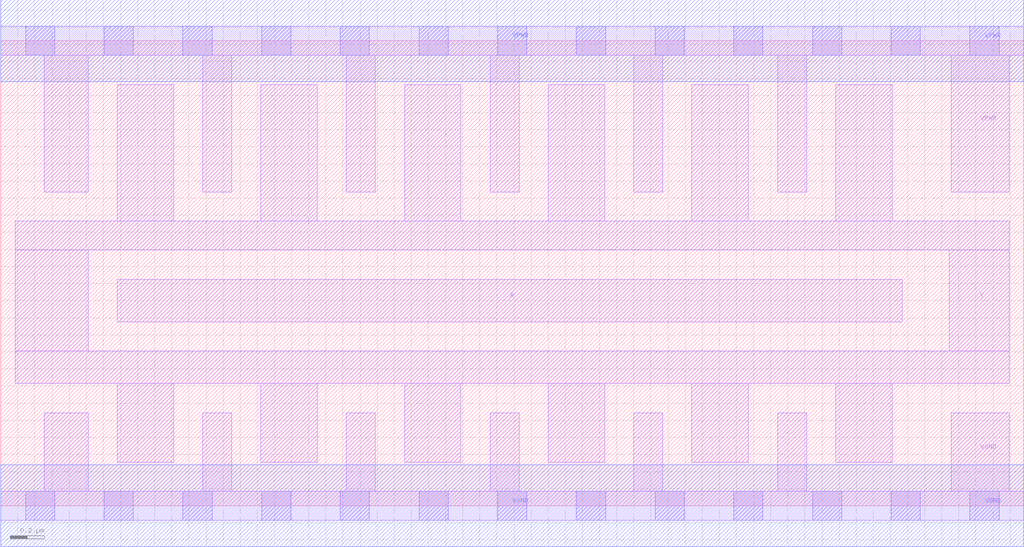
<source format=lef>
# Copyright 2020 The SkyWater PDK Authors
#
# Licensed under the Apache License, Version 2.0 (the "License");
# you may not use this file except in compliance with the License.
# You may obtain a copy of the License at
#
#     https://www.apache.org/licenses/LICENSE-2.0
#
# Unless required by applicable law or agreed to in writing, software
# distributed under the License is distributed on an "AS IS" BASIS,
# WITHOUT WARRANTIES OR CONDITIONS OF ANY KIND, either express or implied.
# See the License for the specific language governing permissions and
# limitations under the License.
#
# SPDX-License-Identifier: Apache-2.0

VERSION 5.7 ;
  NAMESCASESENSITIVE ON ;
  NOWIREEXTENSIONATPIN ON ;
  DIVIDERCHAR "/" ;
  BUSBITCHARS "[]" ;
UNITS
  DATABASE MICRONS 200 ;
END UNITS
MACRO sky130_fd_sc_hd__inv_12
  CLASS CORE ;
  SOURCE USER ;
  FOREIGN sky130_fd_sc_hd__inv_12 ;
  ORIGIN  0.000000  0.000000 ;
  SIZE  5.980000 BY  2.720000 ;
  SYMMETRY X Y R90 ;
  SITE unithd ;
  PIN A
    ANTENNAGATEAREA  2.970000 ;
    DIRECTION INPUT ;
    USE SIGNAL ;
    PORT
      LAYER li1 ;
        RECT 0.680000 1.075000 5.270000 1.325000 ;
    END
  END A
  PIN Y
    ANTENNADIFFAREA  2.673000 ;
    DIRECTION OUTPUT ;
    USE SIGNAL ;
    PORT
      LAYER li1 ;
        RECT 0.085000 0.715000 5.895000 0.905000 ;
        RECT 0.085000 0.905000 0.510000 1.495000 ;
        RECT 0.085000 1.495000 5.895000 1.665000 ;
        RECT 0.680000 0.255000 1.010000 0.715000 ;
        RECT 0.680000 1.665000 1.010000 2.465000 ;
        RECT 1.520000 0.255000 1.850000 0.715000 ;
        RECT 1.520000 1.665000 1.850000 2.465000 ;
        RECT 2.360000 0.255000 2.690000 0.715000 ;
        RECT 2.360000 1.665000 2.690000 2.465000 ;
        RECT 3.200000 0.255000 3.530000 0.715000 ;
        RECT 3.200000 1.665000 3.530000 2.465000 ;
        RECT 4.040000 0.255000 4.370000 0.715000 ;
        RECT 4.040000 1.665000 4.370000 2.465000 ;
        RECT 4.880000 0.255000 5.210000 0.715000 ;
        RECT 4.880000 1.665000 5.210000 2.465000 ;
        RECT 5.545000 0.905000 5.895000 1.495000 ;
    END
  END Y
  PIN VGND
    DIRECTION INOUT ;
    SHAPE ABUTMENT ;
    USE GROUND ;
    PORT
      LAYER li1 ;
        RECT 0.000000 -0.085000 5.980000 0.085000 ;
        RECT 0.255000  0.085000 0.510000 0.545000 ;
        RECT 1.180000  0.085000 1.350000 0.545000 ;
        RECT 2.020000  0.085000 2.190000 0.545000 ;
        RECT 2.860000  0.085000 3.030000 0.545000 ;
        RECT 3.700000  0.085000 3.870000 0.545000 ;
        RECT 4.540000  0.085000 4.710000 0.545000 ;
        RECT 5.555000  0.085000 5.895000 0.545000 ;
      LAYER mcon ;
        RECT 0.145000 -0.085000 0.315000 0.085000 ;
        RECT 0.605000 -0.085000 0.775000 0.085000 ;
        RECT 1.065000 -0.085000 1.235000 0.085000 ;
        RECT 1.525000 -0.085000 1.695000 0.085000 ;
        RECT 1.985000 -0.085000 2.155000 0.085000 ;
        RECT 2.445000 -0.085000 2.615000 0.085000 ;
        RECT 2.905000 -0.085000 3.075000 0.085000 ;
        RECT 3.365000 -0.085000 3.535000 0.085000 ;
        RECT 3.825000 -0.085000 3.995000 0.085000 ;
        RECT 4.285000 -0.085000 4.455000 0.085000 ;
        RECT 4.745000 -0.085000 4.915000 0.085000 ;
        RECT 5.205000 -0.085000 5.375000 0.085000 ;
        RECT 5.665000 -0.085000 5.835000 0.085000 ;
      LAYER met1 ;
        RECT 0.000000 -0.240000 5.980000 0.240000 ;
    END
  END VGND
  PIN VPWR
    DIRECTION INOUT ;
    SHAPE ABUTMENT ;
    USE POWER ;
    PORT
      LAYER li1 ;
        RECT 0.000000 2.635000 5.980000 2.805000 ;
        RECT 0.255000 1.835000 0.510000 2.635000 ;
        RECT 1.180000 1.835000 1.350000 2.635000 ;
        RECT 2.020000 1.835000 2.190000 2.635000 ;
        RECT 2.860000 1.835000 3.030000 2.635000 ;
        RECT 3.700000 1.835000 3.870000 2.635000 ;
        RECT 4.540000 1.835000 4.710000 2.635000 ;
        RECT 5.555000 1.835000 5.895000 2.635000 ;
      LAYER mcon ;
        RECT 0.145000 2.635000 0.315000 2.805000 ;
        RECT 0.605000 2.635000 0.775000 2.805000 ;
        RECT 1.065000 2.635000 1.235000 2.805000 ;
        RECT 1.525000 2.635000 1.695000 2.805000 ;
        RECT 1.985000 2.635000 2.155000 2.805000 ;
        RECT 2.445000 2.635000 2.615000 2.805000 ;
        RECT 2.905000 2.635000 3.075000 2.805000 ;
        RECT 3.365000 2.635000 3.535000 2.805000 ;
        RECT 3.825000 2.635000 3.995000 2.805000 ;
        RECT 4.285000 2.635000 4.455000 2.805000 ;
        RECT 4.745000 2.635000 4.915000 2.805000 ;
        RECT 5.205000 2.635000 5.375000 2.805000 ;
        RECT 5.665000 2.635000 5.835000 2.805000 ;
      LAYER met1 ;
        RECT 0.000000 2.480000 5.980000 2.960000 ;
    END
  END VPWR
END sky130_fd_sc_hd__inv_12
END LIBRARY

</source>
